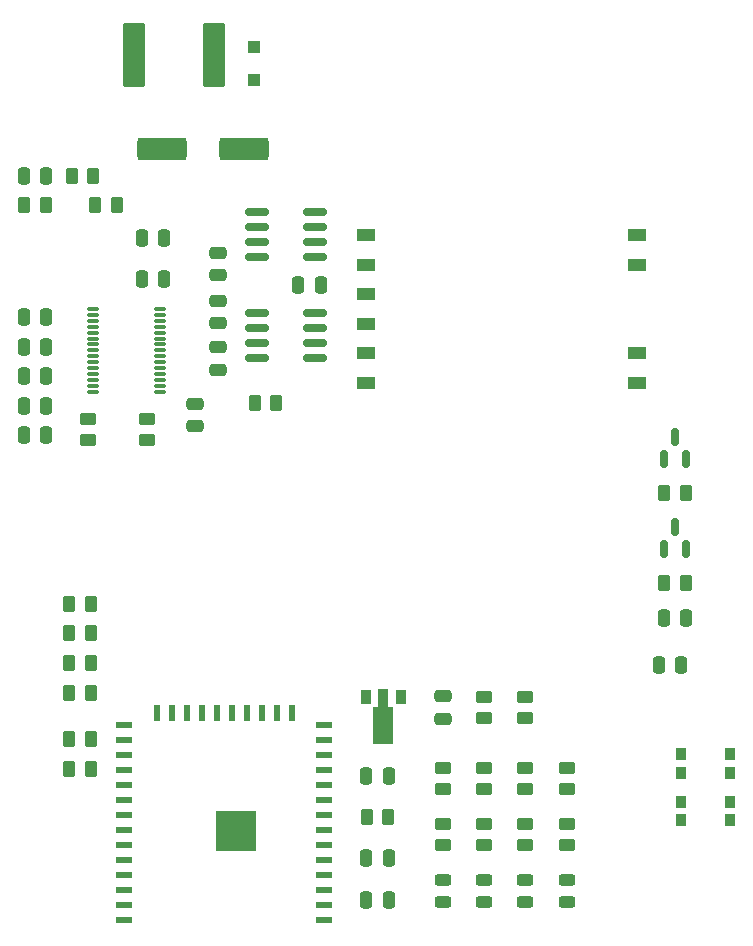
<source format=gbr>
%TF.GenerationSoftware,KiCad,Pcbnew,(6.0.0-0)*%
%TF.CreationDate,2022-04-04T00:03:27-05:00*%
%TF.ProjectId,SmartNeonPSU,536d6172-744e-4656-9f6e-5053552e6b69,rev?*%
%TF.SameCoordinates,Original*%
%TF.FileFunction,Paste,Top*%
%TF.FilePolarity,Positive*%
%FSLAX46Y46*%
G04 Gerber Fmt 4.6, Leading zero omitted, Abs format (unit mm)*
G04 Created by KiCad (PCBNEW (6.0.0-0)) date 2022-04-04 00:03:27*
%MOMM*%
%LPD*%
G01*
G04 APERTURE LIST*
G04 Aperture macros list*
%AMRoundRect*
0 Rectangle with rounded corners*
0 $1 Rounding radius*
0 $2 $3 $4 $5 $6 $7 $8 $9 X,Y pos of 4 corners*
0 Add a 4 corners polygon primitive as box body*
4,1,4,$2,$3,$4,$5,$6,$7,$8,$9,$2,$3,0*
0 Add four circle primitives for the rounded corners*
1,1,$1+$1,$2,$3*
1,1,$1+$1,$4,$5*
1,1,$1+$1,$6,$7*
1,1,$1+$1,$8,$9*
0 Add four rect primitives between the rounded corners*
20,1,$1+$1,$2,$3,$4,$5,0*
20,1,$1+$1,$4,$5,$6,$7,0*
20,1,$1+$1,$6,$7,$8,$9,0*
20,1,$1+$1,$8,$9,$2,$3,0*%
%AMFreePoly0*
4,1,9,3.862500,-0.866500,0.737500,-0.866500,0.737500,-0.450000,-0.737500,-0.450000,-0.737500,0.450000,0.737500,0.450000,0.737500,0.866500,3.862500,0.866500,3.862500,-0.866500,3.862500,-0.866500,$1*%
G04 Aperture macros list end*
%ADD10RoundRect,0.250000X-0.262500X-0.450000X0.262500X-0.450000X0.262500X0.450000X-0.262500X0.450000X0*%
%ADD11RoundRect,0.250000X-0.450000X0.262500X-0.450000X-0.262500X0.450000X-0.262500X0.450000X0.262500X0*%
%ADD12RoundRect,0.000000X-0.442500X-0.090000X0.442500X-0.090000X0.442500X0.090000X-0.442500X0.090000X0*%
%ADD13R,0.900000X1.000000*%
%ADD14RoundRect,0.250000X0.262500X0.450000X-0.262500X0.450000X-0.262500X-0.450000X0.262500X-0.450000X0*%
%ADD15RoundRect,0.150000X0.150000X-0.587500X0.150000X0.587500X-0.150000X0.587500X-0.150000X-0.587500X0*%
%ADD16R,0.900000X1.300000*%
%ADD17FreePoly0,270.000000*%
%ADD18RoundRect,0.250000X-0.475000X0.250000X-0.475000X-0.250000X0.475000X-0.250000X0.475000X0.250000X0*%
%ADD19RoundRect,0.250000X0.250000X0.475000X-0.250000X0.475000X-0.250000X-0.475000X0.250000X-0.475000X0*%
%ADD20RoundRect,0.150000X-0.825000X-0.150000X0.825000X-0.150000X0.825000X0.150000X-0.825000X0.150000X0*%
%ADD21RoundRect,0.250000X-0.250000X-0.475000X0.250000X-0.475000X0.250000X0.475000X-0.250000X0.475000X0*%
%ADD22RoundRect,0.243750X0.456250X-0.243750X0.456250X0.243750X-0.456250X0.243750X-0.456250X-0.243750X0*%
%ADD23RoundRect,0.250000X0.450000X-0.262500X0.450000X0.262500X-0.450000X0.262500X-0.450000X-0.262500X0*%
%ADD24R,1.528000X1.016000*%
%ADD25RoundRect,0.250000X0.712500X2.475000X-0.712500X2.475000X-0.712500X-2.475000X0.712500X-2.475000X0*%
%ADD26RoundRect,0.250000X0.475000X-0.250000X0.475000X0.250000X-0.475000X0.250000X-0.475000X-0.250000X0*%
%ADD27R,1.400000X0.630000*%
%ADD28R,0.630000X1.400000*%
%ADD29R,3.500000X3.500000*%
%ADD30R,1.100000X1.100000*%
%ADD31RoundRect,0.250000X1.825000X0.700000X-1.825000X0.700000X-1.825000X-0.700000X1.825000X-0.700000X0*%
G04 APERTURE END LIST*
D10*
%TO.C,R23*%
X139587500Y-90450000D03*
X141412500Y-90450000D03*
%TD*%
D11*
%TO.C,R4*%
X159000000Y-115337500D03*
X159000000Y-117162500D03*
%TD*%
D12*
%TO.C,U3*%
X125887500Y-82500000D03*
X125887500Y-83000000D03*
X125887500Y-83500000D03*
X125887500Y-84000000D03*
X125887500Y-84500000D03*
X125887500Y-85000000D03*
X125887500Y-85500000D03*
X125887500Y-86000000D03*
X125887500Y-86500000D03*
X125887500Y-87000000D03*
X125887500Y-87500000D03*
X125887500Y-88000000D03*
X125887500Y-88500000D03*
X125887500Y-89000000D03*
X125887500Y-89500000D03*
X131612500Y-89500000D03*
X131612500Y-89000000D03*
X131612500Y-88500000D03*
X131612500Y-88000000D03*
X131612500Y-87500000D03*
X131612500Y-87000000D03*
X131612500Y-86500000D03*
X131612500Y-86000000D03*
X131612500Y-85500000D03*
X131612500Y-85000000D03*
X131612500Y-84500000D03*
X131612500Y-84000000D03*
X131612500Y-83500000D03*
X131612500Y-83000000D03*
X131612500Y-82500000D03*
%TD*%
D10*
%TO.C,R8*%
X123897500Y-107450000D03*
X125722500Y-107450000D03*
%TD*%
D13*
%TO.C,SW2*%
X175700000Y-124200000D03*
X179800000Y-124200000D03*
X179800000Y-125800000D03*
X175700000Y-125800000D03*
%TD*%
D14*
%TO.C,R7*%
X125722500Y-121460000D03*
X123897500Y-121460000D03*
%TD*%
D11*
%TO.C,R14*%
X159000000Y-126087500D03*
X159000000Y-127912500D03*
%TD*%
D15*
%TO.C,Q2*%
X174240000Y-95167500D03*
X176140000Y-95167500D03*
X175190000Y-93292500D03*
%TD*%
D16*
%TO.C,U2*%
X152000000Y-115350000D03*
D17*
X150500000Y-115437500D03*
D16*
X149000000Y-115350000D03*
%TD*%
D18*
%TO.C,C4*%
X155500000Y-115300000D03*
X155500000Y-117200000D03*
%TD*%
D11*
%TO.C,R2*%
X155500000Y-121337500D03*
X155500000Y-123162500D03*
%TD*%
D14*
%TO.C,R1*%
X125722500Y-109950000D03*
X123897500Y-109950000D03*
%TD*%
D19*
%TO.C,C3*%
X121950000Y-88200000D03*
X120050000Y-88200000D03*
%TD*%
D20*
%TO.C,Q4*%
X139775000Y-82795000D03*
X139775000Y-84065000D03*
X139775000Y-85335000D03*
X139775000Y-86605000D03*
X144725000Y-86605000D03*
X144725000Y-85335000D03*
X144725000Y-84065000D03*
X144725000Y-82795000D03*
%TD*%
D21*
%TO.C,C8*%
X120050000Y-93200000D03*
X121950000Y-93200000D03*
%TD*%
D10*
%TO.C,R19*%
X174277500Y-105660000D03*
X176102500Y-105660000D03*
%TD*%
%TO.C,R6*%
X123897500Y-112450000D03*
X125722500Y-112450000D03*
%TD*%
D11*
%TO.C,R24*%
X130486222Y-91787500D03*
X130486222Y-93612500D03*
%TD*%
D22*
%TO.C,D3*%
X162500000Y-132682725D03*
X162500000Y-130807725D03*
%TD*%
D19*
%TO.C,C11*%
X131950000Y-76450000D03*
X130050000Y-76450000D03*
%TD*%
D23*
%TO.C,R3*%
X162500000Y-123162500D03*
X162500000Y-121337500D03*
%TD*%
D11*
%TO.C,R17*%
X155500000Y-126087500D03*
X155500000Y-127912500D03*
%TD*%
D21*
%TO.C,C7*%
X120050000Y-85700000D03*
X121950000Y-85700000D03*
%TD*%
%TO.C,C14*%
X120050000Y-71200000D03*
X121950000Y-71200000D03*
%TD*%
D11*
%TO.C,R25*%
X125500000Y-91787500D03*
X125500000Y-93612500D03*
%TD*%
D23*
%TO.C,R20*%
X166000000Y-123162500D03*
X166000000Y-121337500D03*
%TD*%
D14*
%TO.C,R16*%
X121912500Y-73700000D03*
X120087500Y-73700000D03*
%TD*%
D18*
%TO.C,C12*%
X136500000Y-81800000D03*
X136500000Y-83700000D03*
%TD*%
D21*
%TO.C,C10*%
X149050000Y-122000000D03*
X150950000Y-122000000D03*
%TD*%
D22*
%TO.C,D2*%
X166000000Y-132687500D03*
X166000000Y-130812500D03*
%TD*%
D14*
%TO.C,R13*%
X127912500Y-73700000D03*
X126087500Y-73700000D03*
%TD*%
D19*
%TO.C,C20*%
X145200000Y-80450000D03*
X143300000Y-80450000D03*
%TD*%
D11*
%TO.C,R10*%
X162500000Y-115337500D03*
X162500000Y-117162500D03*
%TD*%
D14*
%TO.C,R12*%
X125912500Y-71200000D03*
X124087500Y-71200000D03*
%TD*%
D21*
%TO.C,C18*%
X149050000Y-132500000D03*
X150950000Y-132500000D03*
%TD*%
D10*
%TO.C,R18*%
X174277500Y-98040000D03*
X176102500Y-98040000D03*
%TD*%
%TO.C,R15*%
X149087500Y-125500000D03*
X150912500Y-125500000D03*
%TD*%
D22*
%TO.C,D4*%
X155500000Y-132681414D03*
X155500000Y-130806414D03*
%TD*%
D21*
%TO.C,C9*%
X120050000Y-90700000D03*
X121950000Y-90700000D03*
%TD*%
D24*
%TO.C,TR1*%
X149000000Y-76250000D03*
X149000000Y-78750000D03*
X149000000Y-81250000D03*
X149000000Y-83750000D03*
X149000000Y-86250000D03*
X149000000Y-88750000D03*
X172000000Y-88750000D03*
X172000000Y-86250000D03*
X172000000Y-78750000D03*
X172000000Y-76250000D03*
%TD*%
D21*
%TO.C,C13*%
X130050000Y-79988216D03*
X131950000Y-79988216D03*
%TD*%
D19*
%TO.C,C6*%
X121950000Y-83200000D03*
X120050000Y-83200000D03*
%TD*%
D22*
%TO.C,D5*%
X159000000Y-132685346D03*
X159000000Y-130810346D03*
%TD*%
D21*
%TO.C,C5*%
X173785000Y-112660000D03*
X175685000Y-112660000D03*
%TD*%
D25*
%TO.C,F1*%
X136137500Y-60950000D03*
X129362500Y-60950000D03*
%TD*%
D26*
%TO.C,C22*%
X134500000Y-92400000D03*
X134500000Y-90500000D03*
%TD*%
D14*
%TO.C,R11*%
X125722500Y-114979974D03*
X123897500Y-114979974D03*
%TD*%
D11*
%TO.C,R22*%
X166000000Y-126087500D03*
X166000000Y-127912500D03*
%TD*%
%TO.C,R21*%
X162500000Y-126087500D03*
X162500000Y-127912500D03*
%TD*%
D27*
%TO.C,U4*%
X145500000Y-134205000D03*
X145500000Y-132935000D03*
X145500000Y-131665000D03*
X145500000Y-130395000D03*
X145500000Y-129125000D03*
X145500000Y-127855000D03*
X145500000Y-126585000D03*
X145500000Y-125315000D03*
X145500000Y-124045000D03*
X145500000Y-122775000D03*
X145500000Y-121505000D03*
X145500000Y-120235000D03*
X145500000Y-118965000D03*
X145500000Y-117695000D03*
D28*
X142715000Y-116695000D03*
X141445000Y-116695000D03*
X140175000Y-116695000D03*
X138905000Y-116695000D03*
X137635000Y-116695000D03*
X136365000Y-116695000D03*
X135095000Y-116695000D03*
X133825000Y-116695000D03*
X132555000Y-116695000D03*
X131285000Y-116695000D03*
D27*
X128500000Y-117695000D03*
X128500000Y-118965000D03*
X128500000Y-120235000D03*
X128500000Y-121505000D03*
X128500000Y-122775000D03*
X128500000Y-124045000D03*
X128500000Y-125315000D03*
X128500000Y-126585000D03*
X128500000Y-127855000D03*
X128500000Y-129125000D03*
X128500000Y-130395000D03*
X128500000Y-131665000D03*
X128500000Y-132935000D03*
X128500000Y-134205000D03*
D29*
X138000000Y-126705000D03*
%TD*%
D19*
%TO.C,C17*%
X176140000Y-108650000D03*
X174240000Y-108650000D03*
%TD*%
D15*
%TO.C,Q1*%
X174240000Y-102787500D03*
X176140000Y-102787500D03*
X175190000Y-100912500D03*
%TD*%
D13*
%TO.C,SW1*%
X179800000Y-120200000D03*
X175700000Y-120200000D03*
X179800000Y-121800000D03*
X175700000Y-121800000D03*
%TD*%
D18*
%TO.C,C15*%
X136500000Y-77750000D03*
X136500000Y-79650000D03*
%TD*%
D21*
%TO.C,C19*%
X149050000Y-129000000D03*
X150950000Y-129000000D03*
%TD*%
D18*
%TO.C,C16*%
X136500000Y-85750000D03*
X136500000Y-87650000D03*
%TD*%
D14*
%TO.C,R9*%
X125722500Y-118920000D03*
X123897500Y-118920000D03*
%TD*%
D23*
%TO.C,R5*%
X159000000Y-123162500D03*
X159000000Y-121337500D03*
%TD*%
D20*
%TO.C,Q3*%
X139775000Y-74295000D03*
X139775000Y-75565000D03*
X139775000Y-76835000D03*
X139775000Y-78105000D03*
X144725000Y-78105000D03*
X144725000Y-76835000D03*
X144725000Y-75565000D03*
X144725000Y-74295000D03*
%TD*%
D30*
%TO.C,D1*%
X139500000Y-63100000D03*
X139500000Y-60300000D03*
%TD*%
D31*
%TO.C,C1*%
X138725000Y-68950000D03*
X131775000Y-68950000D03*
%TD*%
M02*

</source>
